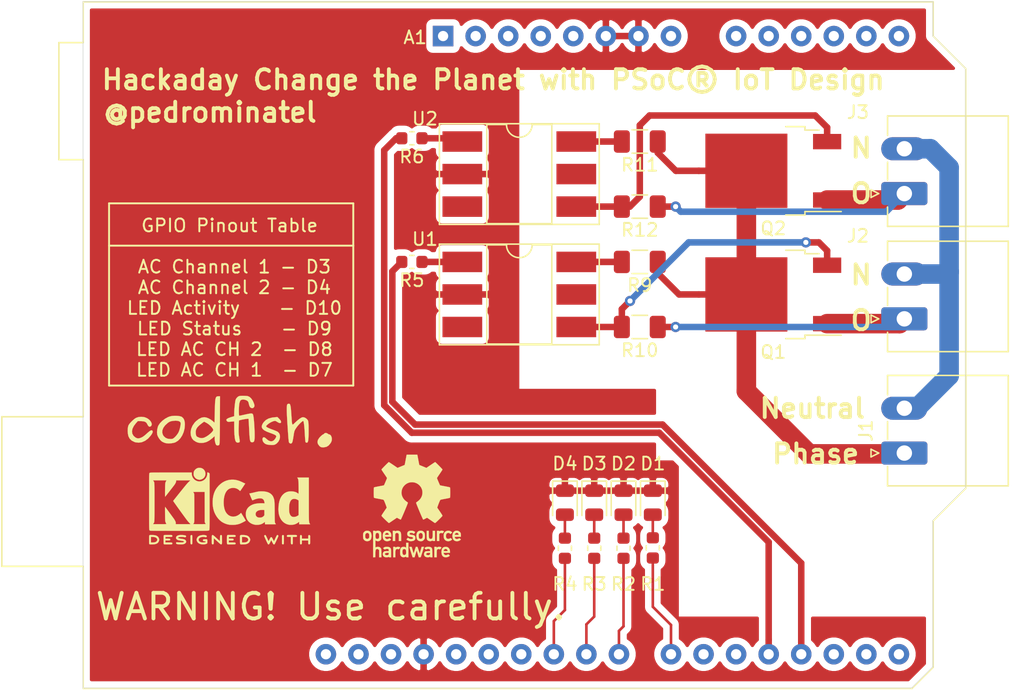
<source format=kicad_pcb>
(kicad_pcb (version 20171130) (host pcbnew 5.1.5+dfsg1-2build2)
  (layers (0 F.Cu signal) (31 B.Cu signal) (34 B.Paste user) (35 F.Paste user) (36 B.SilkS user) (37 F.SilkS user) (38 B.Mask user) (39 F.Mask user) (44 Edge.Cuts user))
  (net 0 "")
  (net 1 "Net-(A1-Pad32)")
  (net 2 "Net-(A1-Pad31)")
  (net 3 "Net-(A1-Pad1)")
  (net 4 "Net-(A1-Pad17)")
  (net 5 "Net-(A1-Pad2)")
  (net 6 CH1_CONTROL)
  (net 7 "Net-(A1-Pad3)")
  (net 8 CH2_CONTROL)
  (net 9 +3V3)
  (net 10 5V)
  (net 11 GND)
  (net 12 LED_CH1)
  (net 13 LED_CH2)
  (net 14 "Net-(A1-Pad8)")
  (net 15 "Net-(A1-Pad9)")
  (net 16 "Net-(A1-Pad10)")
  (net 17 "Net-(A1-Pad26)")
  (net 18 "Net-(A1-Pad11)")
  (net 19 "Net-(A1-Pad27)")
  (net 20 "Net-(A1-Pad12)")
  (net 21 "Net-(A1-Pad28)")
  (net 22 "Net-(A1-Pad13)")
  (net 23 "Net-(A1-Pad14)")
  (net 24 "Net-(A1-Pad30)")
  (net 25 "Net-(A1-Pad15)")
  (net 26 "Net-(A1-Pad16)")
  (net 27 CH1_AC_OUT)
  (net 28 AC_PHA_IN)
  (net 29 "Net-(Q1-Pad3)")
  (net 30 "Net-(Q2-Pad3)")
  (net 31 CH2_AC_OUT)
  (net 32 "Net-(D1-Pad2)")
  (net 33 "Net-(D2-Pad2)")
  (net 34 "Net-(D3-Pad2)")
  (net 35 "Net-(D4-Pad2)")
  (net 36 NEUTRAL)
  (net 37 "Net-(R5-Pad1)")
  (net 38 "Net-(R6-Pad1)")
  (net 39 "Net-(R9-Pad2)")
  (net 40 "Net-(R11-Pad2)")
  (net 41 "Net-(U1-Pad3)")
  (net 42 "Net-(U1-Pad5)")
  (net 43 "Net-(U2-Pad3)")
  (net 44 "Net-(U2-Pad5)")
  (net 45 "Net-(A1-Pad20)")
  (net 46 "Net-(A1-Pad21)")
  (net 47 LED_STATUS)
  (net 48 LED_ACTIVITY)
  (module logos:codfish_03 (layer F.Cu) (at -81.026 23.368)
    (fp_text reference G*** hide)
    (fp_text value LOGO hide)
  )
  (module Symbol:KiCad-Logo2_5mm_SilkScreen (layer F.Cu) (at -81.026 29.972)
    (fp_text reference REF** hide)
    (fp_text value KiCad-Logo2_5mm_SilkScreen hide)
  )
  (module Symbol:OSHW-Logo_7.5x8mm_SilkScreen (layer F.Cu) (at -66.802 29.972)
    (fp_text reference REF** hide)
    (fp_text value OSHW-Logo_7.5x8mm_SilkScreen hide)
  )
  (module Package_TO_SOT_SMD:TO-252-2 (layer F.Cu) (at -38.608 3.81 180)
    (fp_text reference Q2 (at 0 -4.5) (layer F.SilkS))
    (fp_text value BT136-800)
    (pad 2 smd rect (at 2.1 0 180) (size 6.4 5.8) (layers F.Cu F.Mask) (net 28 AC_PHA_IN))
    (pad 3 smd rect (at -4.2 2.28 180) (size 2.2 1.2) (layers F.Cu F.Paste F.Mask) (net 30 "Net-(Q2-Pad3)"))
    (pad 1 smd rect (at -4.2 -2.28 180) (size 2.2 1.2) (layers F.Cu F.Paste F.Mask) (net 31 CH2_AC_OUT))
  )
  (module Package_TO_SOT_SMD:TO-252-2 (layer F.Cu) (at -38.608 13.461 180)
    (fp_text reference Q1 (at 0 -4.5) (layer F.SilkS))
    (fp_text value BT136-800)
    (pad 2 smd rect (at 2.1 0 180) (size 6.4 5.8) (layers F.Cu F.Mask) (net 28 AC_PHA_IN))
    (pad 3 smd rect (at -4.2 2.28 180) (size 2.2 1.2) (layers F.Cu F.Paste F.Mask) (net 29 "Net-(Q1-Pad3)"))
    (pad 1 smd rect (at -4.2 -2.28 180) (size 2.2 1.2) (layers F.Cu F.Paste F.Mask) (net 27 CH1_AC_OUT))
  )
  (module Connector_Phoenix_MC:PhoenixContact_MC_1,5_2-G-3.5_1x02_P3.50mm_Horizontal (layer F.Cu) (at -28.3845 5.588 90)
    (fp_text reference J3 (at 6.35 -3.6195 180) (layer F.SilkS))
    (fp_text value Conn_01x02_Female)
    (pad 2 thru_hole oval (at 3.5 0 90) (size 1.8 3.6) (drill 1.2) (layers *.Cu *.Mask) (net 36 NEUTRAL))
    (pad 1 thru_hole roundrect (at 0 0 90) (size 1.8 3.6) (drill 1.2) (layers *.Cu *.Mask) (roundrect_rratio 0.138889) (net 31 CH2_AC_OUT))
  )
  (module Connector_Phoenix_MC:PhoenixContact_MC_1,5_2-G-3.5_1x02_P3.50mm_Horizontal (layer F.Cu) (at -28.3845 15.367 90)
    (fp_text reference J2 (at 6.477 -3.6195 180) (layer F.SilkS))
    (fp_text value Conn_01x02_Female)
    (pad 2 thru_hole oval (at 3.5 0 90) (size 1.8 3.6) (drill 1.2) (layers *.Cu *.Mask) (net 36 NEUTRAL))
    (pad 1 thru_hole roundrect (at 0 0 90) (size 1.8 3.6) (drill 1.2) (layers *.Cu *.Mask) (roundrect_rratio 0.138889) (net 27 CH1_AC_OUT))
  )
  (module Package_DIP:DIP-6_W8.89mm_SMDSocket_LongPads (layer F.Cu) (at -58.42 4.064)
    (fp_text reference U2 (at -7.366 -4.318) (layer F.SilkS))
    (fp_text value MOC3063M)
    (pad 6 smd rect (at 4.445 -2.54) (size 3.1 1.6) (layers F.Cu F.Paste F.Mask) (net 40 "Net-(R11-Pad2)"))
    (pad 3 smd rect (at -4.445 2.54) (size 3.1 1.6) (layers F.Cu F.Paste F.Mask) (net 43 "Net-(U2-Pad3)"))
    (pad 5 smd rect (at 4.445 0) (size 3.1 1.6) (layers F.Cu F.Paste F.Mask) (net 44 "Net-(U2-Pad5)"))
    (pad 2 smd rect (at -4.445 0) (size 3.1 1.6) (layers F.Cu F.Paste F.Mask) (net 11 GND))
    (pad 4 smd rect (at 4.445 2.54) (size 3.1 1.6) (layers F.Cu F.Paste F.Mask) (net 30 "Net-(Q2-Pad3)"))
    (pad 1 smd rect (at -4.445 -2.54) (size 3.1 1.6) (layers F.Cu F.Paste F.Mask) (net 38 "Net-(R6-Pad1)"))
  )
  (module Package_DIP:DIP-6_W8.89mm_SMDSocket_LongPads (layer F.Cu) (at -58.42 13.462)
    (fp_text reference U1 (at -7.366 -4.318) (layer F.SilkS))
    (fp_text value MOC3063M)
    (pad 6 smd rect (at 4.445 -2.54) (size 3.1 1.6) (layers F.Cu F.Paste F.Mask) (net 39 "Net-(R9-Pad2)"))
    (pad 3 smd rect (at -4.445 2.54) (size 3.1 1.6) (layers F.Cu F.Paste F.Mask) (net 41 "Net-(U1-Pad3)"))
    (pad 5 smd rect (at 4.445 0) (size 3.1 1.6) (layers F.Cu F.Paste F.Mask) (net 42 "Net-(U1-Pad5)"))
    (pad 2 smd rect (at -4.445 0) (size 3.1 1.6) (layers F.Cu F.Paste F.Mask) (net 11 GND))
    (pad 4 smd rect (at 4.445 2.54) (size 3.1 1.6) (layers F.Cu F.Paste F.Mask) (net 29 "Net-(Q1-Pad3)"))
    (pad 1 smd rect (at -4.445 -2.54) (size 3.1 1.6) (layers F.Cu F.Paste F.Mask) (net 37 "Net-(R5-Pad1)"))
  )
  (module Resistor_SMD:R_1206_3216Metric (layer F.Cu) (at -49.022 6.604 180)
    (fp_text reference R12 (at 0 -1.82) (layer F.SilkS))
    (fp_text value 330R)
    (pad 2 smd roundrect (at 1.4 0 180) (size 1.25 1.75) (layers F.Cu F.Paste F.Mask) (roundrect_rratio 0.2) (net 30 "Net-(Q2-Pad3)"))
    (pad 1 smd roundrect (at -1.4 0 180) (size 1.25 1.75) (layers F.Cu F.Paste F.Mask) (roundrect_rratio 0.2) (net 31 CH2_AC_OUT))
  )
  (module Resistor_SMD:R_1206_3216Metric (layer F.Cu) (at -49.022 1.524 180)
    (fp_text reference R11 (at 0 -1.82) (layer F.SilkS))
    (fp_text value 390R)
    (pad 2 smd roundrect (at 1.4 0 180) (size 1.25 1.75) (layers F.Cu F.Paste F.Mask) (roundrect_rratio 0.2) (net 40 "Net-(R11-Pad2)"))
    (pad 1 smd roundrect (at -1.4 0 180) (size 1.25 1.75) (layers F.Cu F.Paste F.Mask) (roundrect_rratio 0.2) (net 28 AC_PHA_IN))
  )
  (module Resistor_SMD:R_1206_3216Metric (layer F.Cu) (at -49.022 16.002 180)
    (fp_text reference R10 (at 0 -1.82) (layer F.SilkS))
    (fp_text value 330R)
    (pad 2 smd roundrect (at 1.4 0 180) (size 1.25 1.75) (layers F.Cu F.Paste F.Mask) (roundrect_rratio 0.2) (net 29 "Net-(Q1-Pad3)"))
    (pad 1 smd roundrect (at -1.4 0 180) (size 1.25 1.75) (layers F.Cu F.Paste F.Mask) (roundrect_rratio 0.2) (net 27 CH1_AC_OUT))
  )
  (module Resistor_SMD:R_1206_3216Metric (layer F.Cu) (at -49.022 10.922 180)
    (fp_text reference R9 (at 0 -1.82) (layer F.SilkS))
    (fp_text value 390R)
    (pad 2 smd roundrect (at 1.4 0 180) (size 1.25 1.75) (layers F.Cu F.Paste F.Mask) (roundrect_rratio 0.2) (net 39 "Net-(R9-Pad2)"))
    (pad 1 smd roundrect (at -1.4 0 180) (size 1.25 1.75) (layers F.Cu F.Paste F.Mask) (roundrect_rratio 0.2) (net 28 AC_PHA_IN))
  )
  (module Resistor_SMD:R_0603_1608Metric (layer F.Cu) (at -66.802 1.27 180)
    (fp_text reference R6 (at 0 -1.43) (layer F.SilkS))
    (fp_text value 470R)
    (pad 2 smd roundrect (at 0.7875 0 180) (size 0.875 0.95) (layers F.Cu F.Paste F.Mask) (net 8 CH2_CONTROL))
    (pad 1 smd roundrect (at -0.7875 0 180) (size 0.875 0.95) (layers F.Cu F.Paste F.Mask) (net 38 "Net-(R6-Pad1)"))
  )
  (module Resistor_SMD:R_0603_1608Metric (layer F.Cu) (at -66.802 10.922 180)
    (fp_text reference R5 (at 0 -1.43) (layer F.SilkS))
    (fp_text value 470R)
    (pad 2 smd roundrect (at 0.7875 0 180) (size 0.875 0.95) (layers F.Cu F.Paste F.Mask) (net 6 CH1_CONTROL))
    (pad 1 smd roundrect (at -0.7875 0 180) (size 0.875 0.95) (layers F.Cu F.Paste F.Mask) (net 37 "Net-(R5-Pad1)"))
  )
  (module Resistor_SMD:R_0603_1608Metric (layer F.Cu) (at -54.864 33.274 270)
    (fp_text reference R4 (at 2.794 0 180) (layer F.SilkS))
    (fp_text value 470R)
    (pad 2 smd roundrect (at 0.7875 0 270) (size 0.875 0.95) (layers F.Cu F.Paste F.Mask) (net 48 LED_ACTIVITY))
    (pad 1 smd roundrect (at -0.7875 0 270) (size 0.875 0.95) (layers F.Cu F.Paste F.Mask) (net 35 "Net-(D4-Pad2)"))
  )
  (module Resistor_SMD:R_0603_1608Metric (layer F.Cu) (at -52.578 33.274 270)
    (fp_text reference R3 (at 2.794 0 180) (layer F.SilkS))
    (fp_text value 470R)
    (pad 2 smd roundrect (at 0.7875 0 270) (size 0.875 0.95) (layers F.Cu F.Paste F.Mask) (net 47 LED_STATUS))
    (pad 1 smd roundrect (at -0.7875 0 270) (size 0.875 0.95) (layers F.Cu F.Paste F.Mask) (net 34 "Net-(D3-Pad2)"))
  )
  (module Resistor_SMD:R_0603_1608Metric (layer F.Cu) (at -50.292 33.274 270)
    (fp_text reference R2 (at 2.794 0 180) (layer F.SilkS))
    (fp_text value 470R)
    (pad 2 smd roundrect (at 0.7875 0 270) (size 0.875 0.95) (layers F.Cu F.Paste F.Mask) (net 13 LED_CH2))
    (pad 1 smd roundrect (at -0.7875 0 270) (size 0.875 0.95) (layers F.Cu F.Paste F.Mask) (net 33 "Net-(D2-Pad2)"))
  )
  (module Resistor_SMD:R_0603_1608Metric (layer F.Cu) (at -48.006 33.2485 270)
    (fp_text reference R1 (at 2.8195 0 180) (layer F.SilkS))
    (fp_text value 470R)
    (pad 2 smd roundrect (at 0.7875 0 270) (size 0.875 0.95) (layers F.Cu F.Paste F.Mask) (net 12 LED_CH1))
    (pad 1 smd roundrect (at -0.7875 0 270) (size 0.875 0.95) (layers F.Cu F.Paste F.Mask) (net 32 "Net-(D1-Pad2)"))
  )
  (module Connector_Phoenix_MC:PhoenixContact_MC_1,5_2-G-3.5_1x02_P3.50mm_Horizontal (layer F.Cu) (at -28.3845 25.8445 90)
    (fp_text reference J1 (at 1.75 -3 90) (layer F.SilkS))
    (fp_text value Conn_01x02_Female)
    (pad 2 thru_hole oval (at 3.5 0 90) (size 1.8 3.6) (drill 1.2) (layers *.Cu *.Mask) (net 36 NEUTRAL))
    (pad 1 thru_hole roundrect (at 0 0 90) (size 1.8 3.6) (drill 1.2) (layers *.Cu *.Mask) (roundrect_rratio 0.138889) (net 28 AC_PHA_IN))
  )
  (module LED_SMD:LED_0805_2012Metric (layer F.Cu) (at -54.864 29.718 270)
    (fp_text reference D4 (at -3.048 0 180) (layer F.SilkS))
    (fp_text value LED)
    (pad 2 smd roundrect (at 0.9375 0 270) (size 0.975 1.4) (layers F.Cu F.Paste F.Mask) (net 35 "Net-(D4-Pad2)"))
    (pad 1 smd roundrect (at -0.9375 0 270) (size 0.975 1.4) (layers F.Cu F.Paste F.Mask) (net 11 GND))
  )
  (module LED_SMD:LED_0805_2012Metric (layer F.Cu) (at -52.578 29.718 270)
    (fp_text reference D3 (at -3.048 0 180) (layer F.SilkS))
    (fp_text value LED)
    (pad 2 smd roundrect (at 0.9375 0 270) (size 0.975 1.4) (layers F.Cu F.Paste F.Mask) (net 34 "Net-(D3-Pad2)"))
    (pad 1 smd roundrect (at -0.9375 0 270) (size 0.975 1.4) (layers F.Cu F.Paste F.Mask) (net 11 GND))
  )
  (module LED_SMD:LED_0805_2012Metric (layer F.Cu) (at -50.292 29.718 270)
    (fp_text reference D2 (at -3.048 0 180) (layer F.SilkS))
    (fp_text value LED)
    (pad 2 smd roundrect (at 0.9375 0 270) (size 0.975 1.4) (layers F.Cu F.Paste F.Mask) (net 33 "Net-(D2-Pad2)"))
    (pad 1 smd roundrect (at -0.9375 0 270) (size 0.975 1.4) (layers F.Cu F.Paste F.Mask) (net 11 GND))
  )
  (module LED_SMD:LED_0805_2012Metric (layer F.Cu) (at -48.006 29.718 270)
    (fp_text reference D1 (at -3.048 0 180) (layer F.SilkS))
    (fp_text value LED)
    (pad 2 smd roundrect (at 0.9375 0 270) (size 0.975 1.4) (layers F.Cu F.Paste F.Mask) (net 32 "Net-(D1-Pad2)"))
    (pad 1 smd roundrect (at -0.9375 0 270) (size 0.975 1.4) (layers F.Cu F.Paste F.Mask) (net 11 GND))
  )
  (module Module:Arduino_UNO_R3 (layer F.Cu) (at -64.367999 -6.709999)
    (fp_text reference A1 (at -2.180001 0.105999 180) (layer F.SilkS))
    (fp_text value Arduino_UNO_R3)
    (pad 32 thru_hole oval (at -9.14 48.26 90) (size 1.6 1.6) (drill 0.8) (layers *.Cu *.Mask) (net 1 "Net-(A1-Pad32)"))
    (pad 31 thru_hole oval (at -6.6 48.26 90) (size 1.6 1.6) (drill 0.8) (layers *.Cu *.Mask) (net 2 "Net-(A1-Pad31)"))
    (pad 1 thru_hole rect (at 0 0 90) (size 1.6 1.6) (drill 0.8) (layers *.Cu *.Mask) (net 3 "Net-(A1-Pad1)"))
    (pad 17 thru_hole oval (at 30.48 48.26 90) (size 1.6 1.6) (drill 0.8) (layers *.Cu *.Mask) (net 4 "Net-(A1-Pad17)"))
    (pad 2 thru_hole oval (at 2.54 0 90) (size 1.6 1.6) (drill 0.8) (layers *.Cu *.Mask) (net 5 "Net-(A1-Pad2)"))
    (pad 18 thru_hole oval (at 27.94 48.26 90) (size 1.6 1.6) (drill 0.8) (layers *.Cu *.Mask) (net 6 CH1_CONTROL))
    (pad 3 thru_hole oval (at 5.08 0 90) (size 1.6 1.6) (drill 0.8) (layers *.Cu *.Mask) (net 7 "Net-(A1-Pad3)"))
    (pad 19 thru_hole oval (at 25.4 48.26 90) (size 1.6 1.6) (drill 0.8) (layers *.Cu *.Mask) (net 8 CH2_CONTROL))
    (pad 4 thru_hole oval (at 7.62 0 90) (size 1.6 1.6) (drill 0.8) (layers *.Cu *.Mask) (net 9 +3V3))
    (pad 20 thru_hole oval (at 22.86 48.26 90) (size 1.6 1.6) (drill 0.8) (layers *.Cu *.Mask) (net 45 "Net-(A1-Pad20)"))
    (pad 5 thru_hole oval (at 10.16 0 90) (size 1.6 1.6) (drill 0.8) (layers *.Cu *.Mask) (net 10 5V))
    (pad 21 thru_hole oval (at 20.32 48.26 90) (size 1.6 1.6) (drill 0.8) (layers *.Cu *.Mask) (net 46 "Net-(A1-Pad21)"))
    (pad 6 thru_hole oval (at 12.7 0 90) (size 1.6 1.6) (drill 0.8) (layers *.Cu *.Mask) (net 11 GND))
    (pad 22 thru_hole oval (at 17.78 48.26 90) (size 1.6 1.6) (drill 0.8) (layers *.Cu *.Mask) (net 12 LED_CH1))
    (pad 7 thru_hole oval (at 15.24 0 90) (size 1.6 1.6) (drill 0.8) (layers *.Cu *.Mask) (net 11 GND))
    (pad 23 thru_hole oval (at 13.72 48.26 90) (size 1.6 1.6) (drill 0.8) (layers *.Cu *.Mask) (net 13 LED_CH2))
    (pad 8 thru_hole oval (at 17.78 0 90) (size 1.6 1.6) (drill 0.8) (layers *.Cu *.Mask) (net 14 "Net-(A1-Pad8)"))
    (pad 24 thru_hole oval (at 11.18 48.26 90) (size 1.6 1.6) (drill 0.8) (layers *.Cu *.Mask) (net 47 LED_STATUS))
    (pad 9 thru_hole oval (at 22.86 0 90) (size 1.6 1.6) (drill 0.8) (layers *.Cu *.Mask) (net 15 "Net-(A1-Pad9)"))
    (pad 25 thru_hole oval (at 8.64 48.26 90) (size 1.6 1.6) (drill 0.8) (layers *.Cu *.Mask) (net 48 LED_ACTIVITY))
    (pad 10 thru_hole oval (at 25.4 0 90) (size 1.6 1.6) (drill 0.8) (layers *.Cu *.Mask) (net 16 "Net-(A1-Pad10)"))
    (pad 26 thru_hole oval (at 6.1 48.26 90) (size 1.6 1.6) (drill 0.8) (layers *.Cu *.Mask) (net 17 "Net-(A1-Pad26)"))
    (pad 11 thru_hole oval (at 27.94 0 90) (size 1.6 1.6) (drill 0.8) (layers *.Cu *.Mask) (net 18 "Net-(A1-Pad11)"))
    (pad 27 thru_hole oval (at 3.56 48.26 90) (size 1.6 1.6) (drill 0.8) (layers *.Cu *.Mask) (net 19 "Net-(A1-Pad27)"))
    (pad 12 thru_hole oval (at 30.48 0 90) (size 1.6 1.6) (drill 0.8) (layers *.Cu *.Mask) (net 20 "Net-(A1-Pad12)"))
    (pad 28 thru_hole oval (at 1.02 48.26 90) (size 1.6 1.6) (drill 0.8) (layers *.Cu *.Mask) (net 21 "Net-(A1-Pad28)"))
    (pad 13 thru_hole oval (at 33.02 0 90) (size 1.6 1.6) (drill 0.8) (layers *.Cu *.Mask) (net 22 "Net-(A1-Pad13)"))
    (pad 29 thru_hole oval (at -1.52 48.26 90) (size 1.6 1.6) (drill 0.8) (layers *.Cu *.Mask) (net 11 GND))
    (pad 14 thru_hole oval (at 35.56 0 90) (size 1.6 1.6) (drill 0.8) (layers *.Cu *.Mask) (net 23 "Net-(A1-Pad14)"))
    (pad 30 thru_hole oval (at -4.06 48.26 90) (size 1.6 1.6) (drill 0.8) (layers *.Cu *.Mask) (net 24 "Net-(A1-Pad30)"))
    (pad 15 thru_hole oval (at 35.56 48.26 90) (size 1.6 1.6) (drill 0.8) (layers *.Cu *.Mask) (net 25 "Net-(A1-Pad15)"))
    (pad 16 thru_hole oval (at 33.02 48.26 90) (size 1.6 1.6) (drill 0.8) (layers *.Cu *.Mask) (net 26 "Net-(A1-Pad16)"))
  )
  (gr_line (start -90.424 9.652) (end -71.374 9.652) (layer F.SilkS) (width 0.15))
  (gr_text "WARNING! Use carefully." (at -73.152 37.846) (layer F.SilkS) (effects (font (size 2 2) (thickness 0.3))))
  (gr_line (start -71.374 6.35) (end -90.424 6.35) (layer F.SilkS) (width 0.15))
  (gr_line (start -71.374 20.574) (end -71.374 6.35) (layer F.SilkS) (width 0.15))
  (gr_line (start -90.424 20.574) (end -71.374 20.574) (layer F.SilkS) (width 0.15))
  (gr_line (start -90.424 6.35) (end -90.424 20.574) (layer F.SilkS) (width 0.15))
  (gr_text O (at -31.75 5.588) (layer F.SilkS) (effects (font (size 1.5 1.5) (thickness 0.3))))
  (gr_text O (at -31.75 15.494) (layer F.SilkS) (effects (font (size 1.5 1.5) (thickness 0.3))))
  (gr_text N (at -31.75 11.938) (layer F.SilkS) (effects (font (size 1.5 1.5) (thickness 0.3))))
  (gr_text N (at -31.75 2.032) (layer F.SilkS) (effects (font (size 1.5 1.5) (thickness 0.3))))
  (gr_text Phase (at -35.306 25.908) (layer F.SilkS) (effects (font (size 1.5 1.5) (thickness 0.3))))
  (gr_text Neutral (at -35.56 22.352) (layer F.SilkS) (effects (font (size 1.5 1.5) (thickness 0.3))))
  (gr_text "GPIO Pinout Table\n\n AC Channel 1 - D3\n AC Channel 2 - D4\n LED Activity    - D10\n LED Status    - D9\n LED AC CH 2  - D8\n LED AC CH 1  - D7" (at -81.026 13.716) (layer F.SilkS) (effects (font (size 1 1))))
  (gr_text @pedrominatel (at -82.55 -0.762) (layer F.SilkS) (effects (font (size 1.5 1.5) (thickness 0.3))))
  (gr_text "Hackaday Change the Planet with PSoC® IoT Design" (at -60.452 -3.302) (layer F.SilkS) (effects (font (size 1.5 1.5) (thickness 0.3))))
  (gr_line (start -26.162 -9.398) (end -92.456 -9.398) (layer Edge.Cuts) (width 0.05))
  (gr_line (start -26.162 -6.731) (end -26.162 -9.398) (layer Edge.Cuts) (width 0.05))
  (gr_line (start -23.622 -4.191) (end -26.162 -6.731) (layer Edge.Cuts) (width 0.05))
  (gr_line (start -23.622 28.575) (end -23.622 -4.191) (layer Edge.Cuts) (width 0.05))
  (gr_line (start -26.162 31.115) (end -23.622 28.575) (layer Edge.Cuts) (width 0.05))
  (gr_line (start -26.162 42.545) (end -26.162 31.115) (layer Edge.Cuts) (width 0.05))
  (gr_line (start -27.813 44.196) (end -26.162 42.545) (layer Edge.Cuts) (width 0.05))
  (gr_line (start -92.456 44.196) (end -27.813 44.196) (layer Edge.Cuts) (width 0.05))
  (gr_line (start -92.456 -9.398) (end -92.456 44.196) (layer Edge.Cuts) (width 0.05))
  (segment (start -66.548 23.622) (end -47.243999 23.622) (width 0.508) (layer F.Cu) (net 6))
  (segment (start -68.326 21.844) (end -66.548 23.622) (width 0.508) (layer F.Cu) (net 6))
  (segment (start -68.326 11.6585) (end -68.326 21.844) (width 0.508) (layer F.Cu) (net 6))
  (segment (start -47.243999 23.622) (end -36.427999 34.438001) (width 0.508) (layer F.Cu) (net 6))
  (segment (start -36.427999 40.418631) (end -36.427999 41.550001) (width 0.508) (layer F.Cu) (net 6))
  (segment (start -36.427999 34.438001) (end -36.427999 40.418631) (width 0.508) (layer F.Cu) (net 6))
  (segment (start -67.5895 10.922) (end -68.326 11.6585) (width 0.508) (layer F.Cu) (net 6))
  (segment (start -38.967999 40.418631) (end -38.967999 41.550001) (width 0.508) (layer F.Cu) (net 8))
  (segment (start -38.967999 32.796041) (end -38.967999 40.418631) (width 0.508) (layer F.Cu) (net 8))
  (segment (start -47.507029 24.257011) (end -38.967999 32.796041) (width 0.508) (layer F.Cu) (net 8))
  (segment (start -66.81103 24.257011) (end -47.507029 24.257011) (width 0.508) (layer F.Cu) (net 8))
  (segment (start -68.961011 2.204011) (end -68.961011 22.10703) (width 0.508) (layer F.Cu) (net 8))
  (segment (start -68.027 1.27) (end -68.961011 2.204011) (width 0.508) (layer F.Cu) (net 8))
  (segment (start -68.961011 22.10703) (end -66.81103 24.257011) (width 0.508) (layer F.Cu) (net 8))
  (segment (start -67.5895 1.27) (end -68.027 1.27) (width 0.508) (layer F.Cu) (net 8))
  (segment (start -48.006 34.036) (end -48.006 37.846) (width 0.2032) (layer F.Cu) (net 12))
  (segment (start -46.587999 39.264001) (end -46.587999 41.550001) (width 0.2032) (layer F.Cu) (net 12))
  (segment (start -48.006 37.846) (end -46.587999 39.264001) (width 0.2032) (layer F.Cu) (net 12))
  (segment (start -50.292 34.0615) (end -50.292 39.37) (width 0.2032) (layer F.Cu) (net 13))
  (segment (start -50.647999 39.725999) (end -50.647999 41.550001) (width 0.2032) (layer F.Cu) (net 13))
  (segment (start -50.292 39.37) (end -50.647999 39.725999) (width 0.2032) (layer F.Cu) (net 13))
  (segment (start -28.7585 15.741) (end -28.3845 15.367) (width 1.524) (layer F.Cu) (net 27))
  (segment (start -34.408 15.741) (end -28.7585 15.741) (width 1.524) (layer F.Cu) (net 27))
  (via (at -46.228 16.002) (size 0.8) (drill 0.4) (layers F.Cu B.Cu) (net 27))
  (segment (start -47.622 16.002) (end -46.228 16.002) (width 0.508) (layer F.Cu) (net 27))
  (segment (start -29.0195 16.002) (end -28.3845 15.367) (width 0.508) (layer B.Cu) (net 27))
  (segment (start -46.228 16.002) (end -29.0195 16.002) (width 0.508) (layer B.Cu) (net 27))
  (segment (start -44.416 3.81) (end -40.708 3.81) (width 0.508) (layer F.Cu) (net 28))
  (segment (start -46.211 3.81) (end -44.416 3.81) (width 0.508) (layer F.Cu) (net 28))
  (segment (start -47.622 2.399) (end -46.211 3.81) (width 0.508) (layer F.Cu) (net 28))
  (segment (start -47.622 1.524) (end -47.622 2.399) (width 0.508) (layer F.Cu) (net 28))
  (segment (start -44.416 13.461) (end -40.708 13.461) (width 0.508) (layer F.Cu) (net 28))
  (segment (start -45.958 13.461) (end -44.416 13.461) (width 0.508) (layer F.Cu) (net 28))
  (segment (start -47.622 11.797) (end -45.958 13.461) (width 0.508) (layer F.Cu) (net 28))
  (segment (start -47.622 10.922) (end -47.622 11.797) (width 0.508) (layer F.Cu) (net 28))
  (segment (start -40.708 13.461) (end -40.708 3.81) (width 1.524) (layer F.Cu) (net 28))
  (segment (start -35.814 25.908) (end -40.708 21.014) (width 1.524) (layer F.Cu) (net 28))
  (segment (start -28.448 25.908) (end -35.814 25.908) (width 1.524) (layer F.Cu) (net 28))
  (segment (start -40.708 21.014) (end -40.708 13.461) (width 1.524) (layer F.Cu) (net 28))
  (segment (start -28.3845 25.8445) (end -28.448 25.908) (width 1.524) (layer F.Cu) (net 28))
  (segment (start -53.975 16.002) (end -50.422 16.002) (width 0.508) (layer F.Cu) (net 29))
  (via (at -49.784 13.97) (size 0.8) (drill 0.4) (layers F.Cu B.Cu) (net 29))
  (segment (start -50.422 14.608) (end -49.784 13.97) (width 0.508) (layer F.Cu) (net 29))
  (segment (start -50.422 16.002) (end -50.422 14.608) (width 0.508) (layer F.Cu) (net 29))
  (via (at -36.068 9.398) (size 0.8) (drill 0.4) (layers F.Cu B.Cu) (net 29))
  (segment (start -45.212 9.398) (end -36.068 9.398) (width 0.508) (layer B.Cu) (net 29))
  (segment (start -49.784 13.97) (end -45.212 9.398) (width 0.508) (layer B.Cu) (net 29))
  (segment (start -36.068 9.398) (end -35.052 9.398) (width 0.508) (layer F.Cu) (net 29))
  (segment (start -34.408 10.042) (end -34.408 11.181) (width 0.508) (layer F.Cu) (net 29))
  (segment (start -35.052 9.398) (end -34.408 10.042) (width 0.508) (layer F.Cu) (net 29))
  (segment (start -53.975 6.604) (end -50.422 6.604) (width 0.508) (layer F.Cu) (net 30))
  (segment (start -49.022 5.829) (end -49.797 6.604) (width 0.508) (layer F.Cu) (net 30))
  (segment (start -48.26 -0.508) (end -49.022 0.254) (width 0.508) (layer F.Cu) (net 30))
  (segment (start -35.338 -0.508) (end -48.26 -0.508) (width 0.508) (layer F.Cu) (net 30))
  (segment (start -34.408 0.422) (end -35.338 -0.508) (width 0.508) (layer F.Cu) (net 30))
  (segment (start -49.797 6.604) (end -50.422 6.604) (width 0.508) (layer F.Cu) (net 30))
  (segment (start -49.022 0.254) (end -49.022 5.829) (width 0.508) (layer F.Cu) (net 30))
  (segment (start -34.408 1.53) (end -34.408 0.422) (width 0.508) (layer F.Cu) (net 30))
  (segment (start -28.8865 6.09) (end -28.3845 5.588) (width 1.524) (layer F.Cu) (net 31))
  (segment (start -34.408 6.09) (end -28.8865 6.09) (width 1.524) (layer F.Cu) (net 31))
  (via (at -46.228 6.604) (size 0.8) (drill 0.4) (layers F.Cu B.Cu) (net 31))
  (segment (start -47.622 6.604) (end -46.228 6.604) (width 0.508) (layer F.Cu) (net 31))
  (segment (start -29.2845 6.488) (end -28.3845 5.588) (width 0.508) (layer B.Cu) (net 31))
  (segment (start -29.800499 7.003999) (end -29.2845 6.488) (width 0.508) (layer B.Cu) (net 31))
  (segment (start -45.828001 7.003999) (end -29.800499 7.003999) (width 0.508) (layer B.Cu) (net 31))
  (segment (start -46.228 6.604) (end -45.828001 7.003999) (width 0.508) (layer B.Cu) (net 31))
  (segment (start -48.006 32.461) (end -48.006 30.6555) (width 0.2032) (layer F.Cu) (net 32))
  (segment (start -50.292 32.4865) (end -50.292 30.6555) (width 0.2032) (layer F.Cu) (net 33))
  (segment (start -52.578 32.4865) (end -52.578 30.6555) (width 0.2032) (layer F.Cu) (net 34))
  (segment (start -54.864 32.4865) (end -54.864 30.6555) (width 0.2032) (layer F.Cu) (net 35))
  (segment (start -26.36 2.088) (end -28.3845 2.088) (width 1.524) (layer B.Cu) (net 36))
  (segment (start -24.892 3.556) (end -26.36 2.088) (width 1.524) (layer B.Cu) (net 36))
  (segment (start -27.4245 22.3445) (end -24.892 19.812) (width 1.524) (layer B.Cu) (net 36))
  (segment (start -28.3845 22.3445) (end -27.4245 22.3445) (width 1.524) (layer B.Cu) (net 36))
  (segment (start -24.892 11.6985) (end -24.892 11.684) (width 1.524) (layer B.Cu) (net 36))
  (segment (start -25.0605 11.867) (end -24.892 11.6985) (width 1.524) (layer B.Cu) (net 36))
  (segment (start -28.3845 11.867) (end -25.0605 11.867) (width 1.524) (layer B.Cu) (net 36))
  (segment (start -24.892 11.684) (end -24.892 3.556) (width 1.524) (layer B.Cu) (net 36))
  (segment (start -24.892 19.812) (end -24.892 11.684) (width 1.524) (layer B.Cu) (net 36))
  (segment (start -66.0145 10.922) (end -62.865 10.922) (width 0.508) (layer F.Cu) (net 37))
  (segment (start -63.119 1.27) (end -62.865 1.524) (width 0.508) (layer F.Cu) (net 38))
  (segment (start -66.0145 1.27) (end -63.119 1.27) (width 0.508) (layer F.Cu) (net 38))
  (segment (start -53.975 10.922) (end -50.422 10.922) (width 0.508) (layer F.Cu) (net 39))
  (segment (start -53.975 1.524) (end -50.422 1.524) (width 0.508) (layer F.Cu) (net 40))
  (segment (start -52.578 34.0615) (end -52.578 38.608) (width 0.2032) (layer F.Cu) (net 47))
  (segment (start -53.187999 39.217999) (end -53.187999 41.550001) (width 0.2032) (layer F.Cu) (net 47))
  (segment (start -52.578 38.608) (end -53.187999 39.217999) (width 0.2032) (layer F.Cu) (net 47))
  (segment (start -54.864 34.0615) (end -54.864 38.1) (width 0.2032) (layer F.Cu) (net 48))
  (segment (start -55.727999 38.963999) (end -55.727999 41.550001) (width 0.2032) (layer F.Cu) (net 48))
  (segment (start -54.864 38.1) (end -55.727999 38.963999) (width 0.2032) (layer F.Cu) (net 48))
  (zone (net 11) (net_name GND) (layer F.Cu) (connect_pads (clearance 0.508)) (min_thickness 0.254) (fill yes (arc_segments 32) (thermal_gap 0.508) (thermal_bridge_width 0.508))
    (polygon (pts (xy -23.622 -9.144) (xy -23.622 -4.064) (xy -58.42 -4.064) (xy -58.42 20.828) (xy -47.752 20.828) (xy -47.752 26.416) (xy -45.974 26.416) (xy -45.974 38.608) (xy -26.162 38.608) (xy -26.162 44.196) (xy -92.456 44.196) (xy -92.456 -9.398)))
  )
)
</source>
